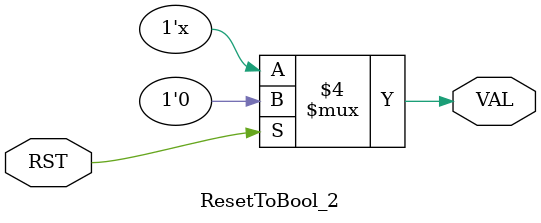
<source format=v>
module ResetToBool_2 (RST, VAL);
input RST;
output VAL;
reg VAL;
always @ (RST or VAL)
begin
if (RST == 1)
VAL=1'b0;
end
endmodule
</source>
